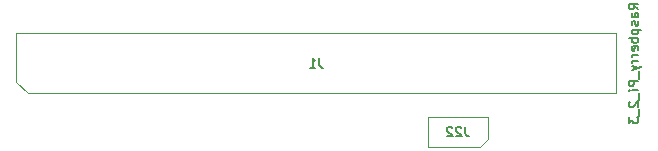
<source format=gbr>
G04 #@! TF.GenerationSoftware,KiCad,Pcbnew,(5.1.5)-3*
G04 #@! TF.CreationDate,2020-04-22T10:50:03+08:00*
G04 #@! TF.ProjectId,RDMA,52444d41-2e6b-4696-9361-645f70636258,1.0*
G04 #@! TF.SameCoordinates,Original*
G04 #@! TF.FileFunction,Other,Fab,Bot*
%FSLAX46Y46*%
G04 Gerber Fmt 4.6, Leading zero omitted, Abs format (unit mm)*
G04 Created by KiCad (PCBNEW (5.1.5)-3) date 2020-04-22 10:50:03*
%MOMM*%
%LPD*%
G04 APERTURE LIST*
%ADD10C,0.100000*%
%ADD11C,0.150000*%
G04 APERTURE END LIST*
D10*
X138112500Y-63563500D02*
X138747500Y-62928500D01*
X133667500Y-63563500D02*
X138112500Y-63563500D01*
X133667500Y-61023500D02*
X133667500Y-63563500D01*
X138747500Y-61023500D02*
X133667500Y-61023500D01*
X138747500Y-62928500D02*
X138747500Y-61023500D01*
X98833940Y-53957220D02*
X98833940Y-58037220D01*
X98833940Y-58037220D02*
X99833940Y-59037220D01*
X99833940Y-59037220D02*
X149633940Y-59037220D01*
X149633940Y-59037220D02*
X149633940Y-53957220D01*
X149633940Y-53957220D02*
X98833940Y-53957220D01*
D11*
X136855119Y-61855404D02*
X136855119Y-62426833D01*
X136893214Y-62541119D01*
X136969404Y-62617309D01*
X137083690Y-62655404D01*
X137159880Y-62655404D01*
X136512261Y-61931595D02*
X136474166Y-61893500D01*
X136397976Y-61855404D01*
X136207500Y-61855404D01*
X136131309Y-61893500D01*
X136093214Y-61931595D01*
X136055119Y-62007785D01*
X136055119Y-62083976D01*
X136093214Y-62198261D01*
X136550357Y-62655404D01*
X136055119Y-62655404D01*
X135750357Y-61931595D02*
X135712261Y-61893500D01*
X135636071Y-61855404D01*
X135445595Y-61855404D01*
X135369404Y-61893500D01*
X135331309Y-61931595D01*
X135293214Y-62007785D01*
X135293214Y-62083976D01*
X135331309Y-62198261D01*
X135788452Y-62655404D01*
X135293214Y-62655404D01*
X151495844Y-51925791D02*
X151114892Y-51659124D01*
X151495844Y-51468648D02*
X150695844Y-51468648D01*
X150695844Y-51773410D01*
X150733940Y-51849600D01*
X150772035Y-51887696D01*
X150848225Y-51925791D01*
X150962511Y-51925791D01*
X151038701Y-51887696D01*
X151076797Y-51849600D01*
X151114892Y-51773410D01*
X151114892Y-51468648D01*
X151495844Y-52611505D02*
X151076797Y-52611505D01*
X151000606Y-52573410D01*
X150962511Y-52497220D01*
X150962511Y-52344839D01*
X151000606Y-52268648D01*
X151457749Y-52611505D02*
X151495844Y-52535315D01*
X151495844Y-52344839D01*
X151457749Y-52268648D01*
X151381559Y-52230553D01*
X151305368Y-52230553D01*
X151229178Y-52268648D01*
X151191082Y-52344839D01*
X151191082Y-52535315D01*
X151152987Y-52611505D01*
X151457749Y-52954362D02*
X151495844Y-53030553D01*
X151495844Y-53182934D01*
X151457749Y-53259124D01*
X151381559Y-53297220D01*
X151343463Y-53297220D01*
X151267273Y-53259124D01*
X151229178Y-53182934D01*
X151229178Y-53068648D01*
X151191082Y-52992458D01*
X151114892Y-52954362D01*
X151076797Y-52954362D01*
X151000606Y-52992458D01*
X150962511Y-53068648D01*
X150962511Y-53182934D01*
X151000606Y-53259124D01*
X150962511Y-53640077D02*
X151762511Y-53640077D01*
X151000606Y-53640077D02*
X150962511Y-53716267D01*
X150962511Y-53868648D01*
X151000606Y-53944839D01*
X151038701Y-53982934D01*
X151114892Y-54021029D01*
X151343463Y-54021029D01*
X151419654Y-53982934D01*
X151457749Y-53944839D01*
X151495844Y-53868648D01*
X151495844Y-53716267D01*
X151457749Y-53640077D01*
X151495844Y-54363886D02*
X150695844Y-54363886D01*
X151000606Y-54363886D02*
X150962511Y-54440077D01*
X150962511Y-54592458D01*
X151000606Y-54668648D01*
X151038701Y-54706743D01*
X151114892Y-54744839D01*
X151343463Y-54744839D01*
X151419654Y-54706743D01*
X151457749Y-54668648D01*
X151495844Y-54592458D01*
X151495844Y-54440077D01*
X151457749Y-54363886D01*
X151457749Y-55392458D02*
X151495844Y-55316267D01*
X151495844Y-55163886D01*
X151457749Y-55087696D01*
X151381559Y-55049600D01*
X151076797Y-55049600D01*
X151000606Y-55087696D01*
X150962511Y-55163886D01*
X150962511Y-55316267D01*
X151000606Y-55392458D01*
X151076797Y-55430553D01*
X151152987Y-55430553D01*
X151229178Y-55049600D01*
X151495844Y-55773410D02*
X150962511Y-55773410D01*
X151114892Y-55773410D02*
X151038701Y-55811505D01*
X151000606Y-55849600D01*
X150962511Y-55925791D01*
X150962511Y-56001981D01*
X151495844Y-56268648D02*
X150962511Y-56268648D01*
X151114892Y-56268648D02*
X151038701Y-56306743D01*
X151000606Y-56344839D01*
X150962511Y-56421029D01*
X150962511Y-56497220D01*
X150962511Y-56687696D02*
X151495844Y-56878172D01*
X150962511Y-57068648D02*
X151495844Y-56878172D01*
X151686320Y-56801981D01*
X151724416Y-56763886D01*
X151762511Y-56687696D01*
X151572035Y-57182934D02*
X151572035Y-57792458D01*
X151495844Y-57982934D02*
X150695844Y-57982934D01*
X150695844Y-58287696D01*
X150733940Y-58363886D01*
X150772035Y-58401981D01*
X150848225Y-58440077D01*
X150962511Y-58440077D01*
X151038701Y-58401981D01*
X151076797Y-58363886D01*
X151114892Y-58287696D01*
X151114892Y-57982934D01*
X151495844Y-58782934D02*
X150962511Y-58782934D01*
X150695844Y-58782934D02*
X150733940Y-58744839D01*
X150772035Y-58782934D01*
X150733940Y-58821029D01*
X150695844Y-58782934D01*
X150772035Y-58782934D01*
X151572035Y-58973410D02*
X151572035Y-59582934D01*
X150772035Y-59735315D02*
X150733940Y-59773410D01*
X150695844Y-59849600D01*
X150695844Y-60040077D01*
X150733940Y-60116267D01*
X150772035Y-60154362D01*
X150848225Y-60192458D01*
X150924416Y-60192458D01*
X151038701Y-60154362D01*
X151495844Y-59697220D01*
X151495844Y-60192458D01*
X151572035Y-60344839D02*
X151572035Y-60954362D01*
X150695844Y-61068648D02*
X150695844Y-61563886D01*
X151000606Y-61297220D01*
X151000606Y-61411505D01*
X151038701Y-61487696D01*
X151076797Y-61525791D01*
X151152987Y-61563886D01*
X151343463Y-61563886D01*
X151419654Y-61525791D01*
X151457749Y-61487696D01*
X151495844Y-61411505D01*
X151495844Y-61182934D01*
X151457749Y-61106743D01*
X151419654Y-61068648D01*
X124500606Y-56059124D02*
X124500606Y-56630553D01*
X124538701Y-56744839D01*
X124614892Y-56821029D01*
X124729178Y-56859124D01*
X124805368Y-56859124D01*
X123700606Y-56859124D02*
X124157749Y-56859124D01*
X123929178Y-56859124D02*
X123929178Y-56059124D01*
X124005368Y-56173410D01*
X124081559Y-56249600D01*
X124157749Y-56287696D01*
M02*

</source>
